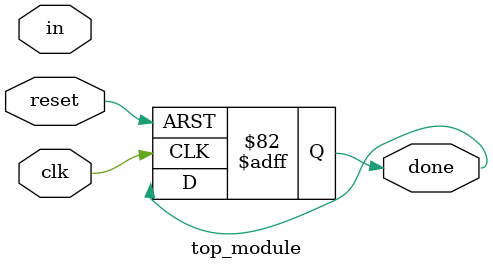
<source format=sv>
module top_module (
	input clk,
	input in,
	input reset,
	output done
);

reg [2:0] state;
reg prev_bit;
reg start_bit_detected;
reg [7:0] data;
reg stop_bit_detected;
reg done;
	
// define state values
parameter IDLE = 0;
parameter BIT_1 = 1;
parameter BIT_2 = 2;
parameter BIT_3 = 3;
parameter BIT_4 = 4;
parameter BIT_5 = 5;
parameter BIT_6 = 6;
parameter BIT_7 = 7;
parameter BIT_8 = 8;
parameter WAIT_STOP_BIT = 9;
parameter BYTE_RECEIVED = 10;
	
// synchronous reset
always @(posedge clk or posedge reset) begin
	if(reset) begin
		state <= IDLE;
		start_bit_detected <= 0;
		data <= 0;
		stop_bit_detected <= 0;
		done <= 0;
	end else begin
		case(state)
			IDLE: begin
				if (in == 0) begin
					state <= BIT_1;
				end
			end

			BIT_1: begin
				if (prev_bit == 0 && in == 1) begin
					state <= BIT_2;
				end
			end

			BIT_2: begin
				if (prev_bit == 1 && in == 0) begin
					state <= BIT_3;
				end
			end
			
			BIT_3: begin
				if (prev_bit == 0 && in == 1) begin
					state <= BIT_4;
				end
			end

			BIT_4: begin
				if (prev_bit == 1 && in == 0) begin
					state <= BIT_5;
				end
			end
			
			BIT_5: begin
				if (prev_bit == 0 && in == 1) begin
					state <= BIT_6;
				end
			end

			BIT_6: begin
				if (prev_bit == 1 && in == 0) begin
					state <= BIT_7;
				end
			end
			
			BIT_7: begin
				if (prev_bit == 0 && in == 1) begin
					state <= BIT_8;
				end
			end

			BIT_8: begin
				if (prev_bit == 1 && in == 0) begin
					state <= WAIT_STOP_BIT;
				end
			end

			WAIT_STOP_BIT: begin
				if (prev_bit == 0 && in == 1) begin
					state <= BYTE_RECEIVED;
				end
			end
			
			BYTE_RECEIVED: begin
				if (prev_bit == 1 && in == 0) begin
					if (stop_bit_detected) begin
						done <= 1;
					end
					state <= IDLE;
				end
			end
		endcase
	end
end

// detect start bit
always @(posedge clk) begin
	prev_bit <= in;
	if (state == IDLE) begin
		if (in == 0) begin
			start_bit_detected <= 1;
		end else begin
			start_bit_detected <= 0;
		end
	end
end

// detect stop bit
always @(posedge clk) begin
	if (state == BIT_8) begin
		if (in == 1) begin
			stop_bit_detected <= 1;
		end else begin
			stop_bit_detected <= 0;
		end
	end
end

// shift in data bits
always @(posedge clk) begin
	case(state)
		BIT_2, BIT_4, BIT_6, BIT_8: begin
			data <= {data[6:0], in};
		end
		default: begin
			data <= data;
		end
	endcase
end

endmodule

</source>
